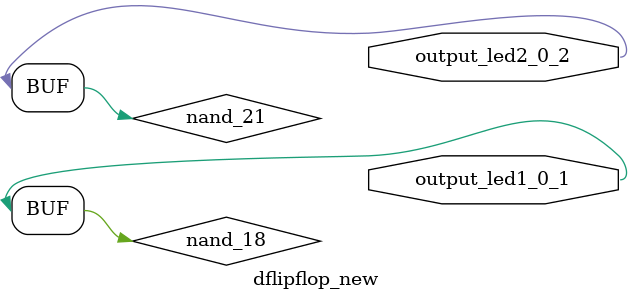
<source format=v>

`timescale 1ns/1ps

module dflipflop_new (
    // ========= Input Ports =========

    // ========= Output Ports =========
    output wire output_led1_0_1,
    output wire output_led2_0_2
);

    // ========= Logic Assignments =========

    // ========= Internal Signals =========
    wire not_3;
    wire not_4;
    wire node_5;
    wire node_6;
    wire node_7;
    wire nand_8;
    wire not_9;
    wire node_10;
    wire node_11;
    wire nand_12;
    wire nand_13;
    wire node_14;
    wire nand_15;
    wire nand_16;
    wire node_17;
    wire nand_18;
    wire nand_19;
    wire node_20;
    wire nand_21;

    // ========= Logic Assignments =========

    // ========= Output Assignments =========
    assign output_led1_0_1 = nand_18; // LED
    assign output_led2_0_2 = nand_21; // LED

endmodule // dflipflop_new

// ====================================================================
// Module dflipflop_new generation completed successfully
// Elements processed: 25
// Inputs: 0, Outputs: 2
// ====================================================================

</source>
